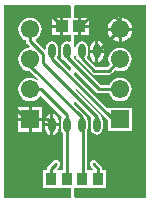
<source format=gbl>
G04*
G04 #@! TF.GenerationSoftware,Altium Limited,Altium Designer,18.0.12 (696)*
G04*
G04 Layer_Physical_Order=4*
G04 Layer_Color=16711680*
%FSLAX25Y25*%
%MOIN*%
G70*
G01*
G75*
%ADD27C,0.06102*%
%ADD28R,0.06102X0.06102*%
%ADD30C,0.01000*%
%ADD31C,0.01000*%
%ADD32O,0.02362X0.05000*%
%ADD33R,0.04134X0.03937*%
%ADD34R,0.03543X0.04134*%
G36*
X47600Y100D02*
X47559Y-0D01*
X23996D01*
X23600Y396D01*
Y3533D01*
X28486D01*
X28814Y3533D01*
X29314Y3533D01*
X34129D01*
Y9267D01*
X32883D01*
Y9843D01*
X32782Y10350D01*
X32495Y10780D01*
X30937Y12337D01*
X30507Y12625D01*
X30000Y12725D01*
X29493Y12625D01*
X29063Y12337D01*
X28775Y11907D01*
X28675Y11400D01*
X28775Y10893D01*
X29063Y10463D01*
X29759Y9767D01*
X29551Y9267D01*
X28986Y9267D01*
X28486Y9267D01*
X27668D01*
Y22005D01*
X27966Y22451D01*
X28120Y23224D01*
Y25861D01*
X27966Y26634D01*
X27528Y27290D01*
X27302Y27441D01*
X27037Y27837D01*
X23600Y31275D01*
Y31972D01*
X24062Y32164D01*
X29377Y26849D01*
X29234Y26634D01*
X29080Y25861D01*
Y23224D01*
X29234Y22451D01*
X29672Y21795D01*
X30327Y21358D01*
X31100Y21204D01*
X31873Y21358D01*
X32528Y21795D01*
X32966Y22451D01*
X33120Y23224D01*
Y25861D01*
X32966Y26634D01*
X32528Y27290D01*
X32343Y27413D01*
X32325Y27507D01*
X32037Y27937D01*
X23907Y36068D01*
X23915Y36113D01*
X24458Y36277D01*
X34958Y25778D01*
Y22380D01*
X42660D01*
Y30083D01*
X34958D01*
Y30083D01*
X34565Y29920D01*
X23600Y40884D01*
Y41872D01*
X24062Y42064D01*
X30831Y35294D01*
X31261Y35007D01*
X31768Y34906D01*
X35189D01*
X35445Y34289D01*
X36062Y33485D01*
X36867Y32868D01*
X37803Y32480D01*
X38809Y32347D01*
X39814Y32480D01*
X40751Y32868D01*
X41555Y33485D01*
X42173Y34289D01*
X42561Y35226D01*
X42693Y36232D01*
X42561Y37237D01*
X42173Y38174D01*
X41555Y38978D01*
X40751Y39596D01*
X39814Y39984D01*
X38809Y40116D01*
X37803Y39984D01*
X36867Y39596D01*
X36062Y38978D01*
X35445Y38174D01*
X35189Y37557D01*
X32318D01*
X23600Y46275D01*
Y47452D01*
X24100Y47502D01*
X24234Y46829D01*
X24672Y46173D01*
X25063Y45912D01*
X25163Y45763D01*
X29363Y41563D01*
X29793Y41275D01*
X30300Y41175D01*
X35077D01*
X35584Y41275D01*
X36014Y41563D01*
X37187Y42735D01*
X37803Y42480D01*
X38809Y42347D01*
X39814Y42480D01*
X40751Y42868D01*
X41555Y43485D01*
X42173Y44289D01*
X42561Y45226D01*
X42693Y46232D01*
X42561Y47237D01*
X42173Y48174D01*
X41555Y48978D01*
X40751Y49596D01*
X39814Y49984D01*
X38809Y50116D01*
X37803Y49984D01*
X36867Y49596D01*
X36062Y48978D01*
X35445Y48174D01*
X35057Y47237D01*
X34924Y46232D01*
X35057Y45226D01*
X35312Y44609D01*
X34528Y43826D01*
X30849D01*
X27918Y46757D01*
X27966Y46829D01*
X28120Y47602D01*
Y50239D01*
X27966Y51012D01*
X27528Y51668D01*
X26873Y52106D01*
X26100Y52259D01*
X25327Y52106D01*
X24672Y51668D01*
X24234Y51012D01*
X24100Y50340D01*
X23600Y50389D01*
Y54263D01*
X24761D01*
Y57231D01*
Y60200D01*
X23600D01*
Y64100D01*
X23800Y64300D01*
X47600D01*
Y100D01*
D02*
G37*
G36*
X22400Y63900D02*
Y60200D01*
X19856D01*
Y57231D01*
Y54263D01*
X22400D01*
Y52284D01*
X21959Y52048D01*
X21873Y52106D01*
X21100Y52259D01*
X20327Y52106D01*
X19672Y51668D01*
X19234Y51012D01*
X19080Y50239D01*
Y47602D01*
X19234Y46829D01*
X19672Y46173D01*
X20327Y45736D01*
X20406Y45720D01*
X22400Y43725D01*
Y42738D01*
X21938Y42546D01*
X17842Y46643D01*
X17966Y46829D01*
X18120Y47602D01*
Y50239D01*
X17966Y51012D01*
X17528Y51668D01*
X16873Y52106D01*
X16100Y52259D01*
X15327Y52106D01*
X14672Y51668D01*
X14234Y51012D01*
X14080Y50239D01*
Y49641D01*
X13618Y49450D01*
X10694Y52374D01*
X10840Y52936D01*
X11555Y53485D01*
X12173Y54289D01*
X12561Y55226D01*
X12693Y56232D01*
X12561Y57237D01*
X12173Y58174D01*
X11555Y58978D01*
X10751Y59596D01*
X9814Y59984D01*
X8809Y60116D01*
X7803Y59984D01*
X6866Y59596D01*
X6062Y58978D01*
X5445Y58174D01*
X5057Y57237D01*
X4924Y56232D01*
X5057Y55226D01*
X5445Y54289D01*
X6062Y53485D01*
X6866Y52868D01*
X7483Y52612D01*
Y52385D01*
X7584Y51878D01*
X7871Y51448D01*
X8712Y50608D01*
X8533Y50080D01*
X7803Y49984D01*
X6866Y49596D01*
X6062Y48978D01*
X5445Y48174D01*
X5057Y47237D01*
X4924Y46232D01*
X5057Y45226D01*
X5445Y44289D01*
X6062Y43485D01*
X6866Y42868D01*
X7803Y42480D01*
X8774Y42352D01*
X11390Y39735D01*
X11060Y39358D01*
X10751Y39596D01*
X9814Y39984D01*
X8809Y40116D01*
X7803Y39984D01*
X6866Y39596D01*
X6062Y38978D01*
X5445Y38174D01*
X5057Y37237D01*
X4924Y36232D01*
X5057Y35226D01*
X5445Y34289D01*
X6062Y33485D01*
X6866Y32868D01*
X7803Y32480D01*
X8809Y32347D01*
X9814Y32480D01*
X10751Y32868D01*
X11555Y33485D01*
X12024Y34095D01*
X12627Y34199D01*
X19617Y27208D01*
X19234Y26634D01*
X19080Y25861D01*
Y23224D01*
X19234Y22451D01*
X19672Y21795D01*
X19774Y21727D01*
Y9621D01*
X19421Y9267D01*
X18586Y9267D01*
X17895Y9267D01*
X17703Y9729D01*
X18437Y10463D01*
X18725Y10893D01*
X18825Y11400D01*
X18725Y11907D01*
X18437Y12337D01*
X18007Y12625D01*
X17500Y12725D01*
X16993Y12625D01*
X16563Y12337D01*
X14905Y10680D01*
X14618Y10250D01*
X14517Y9743D01*
Y9267D01*
X13271D01*
Y3533D01*
X18086D01*
X18414Y3533D01*
X18914Y3533D01*
X22400D01*
Y100D01*
X0D01*
Y64400D01*
X22193D01*
X22400Y63900D01*
D02*
G37*
%LPC*%
G36*
X28328Y60200D02*
X25762D01*
Y57731D01*
X28328D01*
Y60200D01*
D02*
G37*
G36*
X39309Y60252D02*
Y56731D01*
X42829D01*
X42756Y57289D01*
X42347Y58275D01*
X41698Y59121D01*
X40852Y59770D01*
X39866Y60179D01*
X39309Y60252D01*
D02*
G37*
G36*
X38309Y60252D02*
X37751Y60179D01*
X36766Y59770D01*
X35919Y59121D01*
X35270Y58275D01*
X34862Y57289D01*
X34788Y56731D01*
X38309D01*
Y60252D01*
D02*
G37*
G36*
X28328Y56731D02*
X25762D01*
Y54263D01*
X28328D01*
Y56731D01*
D02*
G37*
G36*
X42829Y55731D02*
X39309D01*
Y52211D01*
X39866Y52285D01*
X40852Y52693D01*
X41698Y53342D01*
X42347Y54189D01*
X42756Y55174D01*
X42829Y55731D01*
D02*
G37*
G36*
X38309D02*
X34788D01*
X34862Y55174D01*
X35270Y54189D01*
X35919Y53342D01*
X36766Y52693D01*
X37751Y52285D01*
X38309Y52211D01*
Y55731D01*
D02*
G37*
G36*
X31600Y52364D02*
Y49421D01*
X33324D01*
Y50239D01*
X33155Y51091D01*
X32673Y51812D01*
X31951Y52294D01*
X31600Y52364D01*
D02*
G37*
G36*
X30600D02*
X30249Y52294D01*
X29528Y51812D01*
X29045Y51091D01*
X28876Y50239D01*
Y49421D01*
X30600D01*
Y52364D01*
D02*
G37*
G36*
X33324Y48421D02*
X31600D01*
Y45477D01*
X31951Y45547D01*
X32673Y46029D01*
X33155Y46751D01*
X33324Y47602D01*
Y48421D01*
D02*
G37*
G36*
X30600D02*
X28876D01*
Y47602D01*
X29045Y46751D01*
X29528Y46029D01*
X30249Y45547D01*
X30600Y45477D01*
Y48421D01*
D02*
G37*
G36*
X18856Y60200D02*
X16289D01*
Y57731D01*
X18856D01*
Y60200D01*
D02*
G37*
G36*
Y56731D02*
X16289D01*
Y54263D01*
X18856D01*
Y56731D01*
D02*
G37*
G36*
X12860Y30283D02*
X9309D01*
Y26732D01*
X12860D01*
Y30283D01*
D02*
G37*
G36*
X8309D02*
X4758D01*
Y26732D01*
X8309D01*
Y30283D01*
D02*
G37*
G36*
X16600Y27986D02*
Y25043D01*
X18324D01*
Y25861D01*
X18155Y26713D01*
X17673Y27434D01*
X16951Y27916D01*
X16600Y27986D01*
D02*
G37*
G36*
X15600D02*
X15249Y27916D01*
X14527Y27434D01*
X14045Y26713D01*
X13876Y25861D01*
Y25043D01*
X15600D01*
Y27986D01*
D02*
G37*
G36*
X12860Y25732D02*
X9309D01*
Y22180D01*
X12860D01*
Y25732D01*
D02*
G37*
G36*
X8309D02*
X4758D01*
Y22180D01*
X8309D01*
Y25732D01*
D02*
G37*
G36*
X18324Y24043D02*
X16600D01*
Y21099D01*
X16951Y21169D01*
X17673Y21651D01*
X18155Y22373D01*
X18324Y23224D01*
Y24043D01*
D02*
G37*
G36*
X15600D02*
X13876D01*
Y23224D01*
X14045Y22373D01*
X14527Y21651D01*
X15249Y21169D01*
X15600Y21099D01*
Y24043D01*
D02*
G37*
%LPD*%
D27*
X38809Y56232D02*
D03*
Y46232D02*
D03*
Y36232D02*
D03*
X8809D02*
D03*
Y46232D02*
D03*
Y56232D02*
D03*
D28*
X38809Y26232D02*
D03*
X8809D02*
D03*
D30*
X30000Y11400D02*
X31557Y9843D01*
Y6400D02*
Y9843D01*
X15843Y9743D02*
X17500Y11400D01*
X15843Y6400D02*
Y9743D01*
X31957Y7000D02*
X32000Y7043D01*
X21100Y7057D02*
Y24543D01*
Y7057D02*
X21157Y7000D01*
X26343D02*
Y24300D01*
X26100Y24543D02*
X26343Y24300D01*
X38809Y56232D02*
Y58991D01*
X36300Y61500D02*
X38809Y58991D01*
X29700Y61500D02*
X36300D01*
X25431Y57231D02*
X29700Y61500D01*
X25262Y57231D02*
X25431D01*
X31498Y48921D02*
X38809Y56232D01*
X31100Y48921D02*
X31498D01*
X35077Y42500D02*
X38809Y46232D01*
X30300Y42500D02*
X35077D01*
X26100Y46700D02*
X30300Y42500D01*
X26100Y46700D02*
Y48921D01*
X31768Y36232D02*
X38809D01*
X21100Y46900D02*
X31768Y36232D01*
X21100Y46900D02*
Y48921D01*
X31100Y24543D02*
Y27000D01*
X13160Y44940D02*
X31100Y27000D01*
X13160Y44940D02*
Y48034D01*
X36378Y26232D02*
X38809D01*
X16100Y46510D02*
X36378Y26232D01*
X16100Y46510D02*
Y48921D01*
X14687Y61900D02*
X19356Y57231D01*
X6200Y61900D02*
X14687D01*
X3400Y59100D02*
X6200Y61900D01*
X7468Y26232D02*
X8809D01*
X3400Y30300D02*
X7468Y26232D01*
X3400Y30300D02*
Y59100D01*
X8809Y52385D02*
X13160Y48034D01*
X8809Y52385D02*
Y56232D01*
X26100Y24543D02*
Y26900D01*
X8809Y44191D02*
X26100Y26900D01*
X8809Y44191D02*
Y46232D01*
X14411Y26232D02*
X16100Y24543D01*
X8809Y26232D02*
X14411D01*
X21100Y24543D02*
Y27600D01*
X12468Y36232D02*
X21100Y27600D01*
X8809Y36232D02*
X12468D01*
D31*
X30000Y11400D02*
D03*
X17500D02*
D03*
D32*
X16100Y48921D02*
D03*
X21100D02*
D03*
X26100D02*
D03*
X31100D02*
D03*
X16100Y24543D02*
D03*
X21100D02*
D03*
X26100D02*
D03*
X31100D02*
D03*
D33*
X19356Y57231D02*
D03*
X25262D02*
D03*
D34*
X21157Y6400D02*
D03*
X15843D02*
D03*
X26243D02*
D03*
X31557D02*
D03*
M02*

</source>
